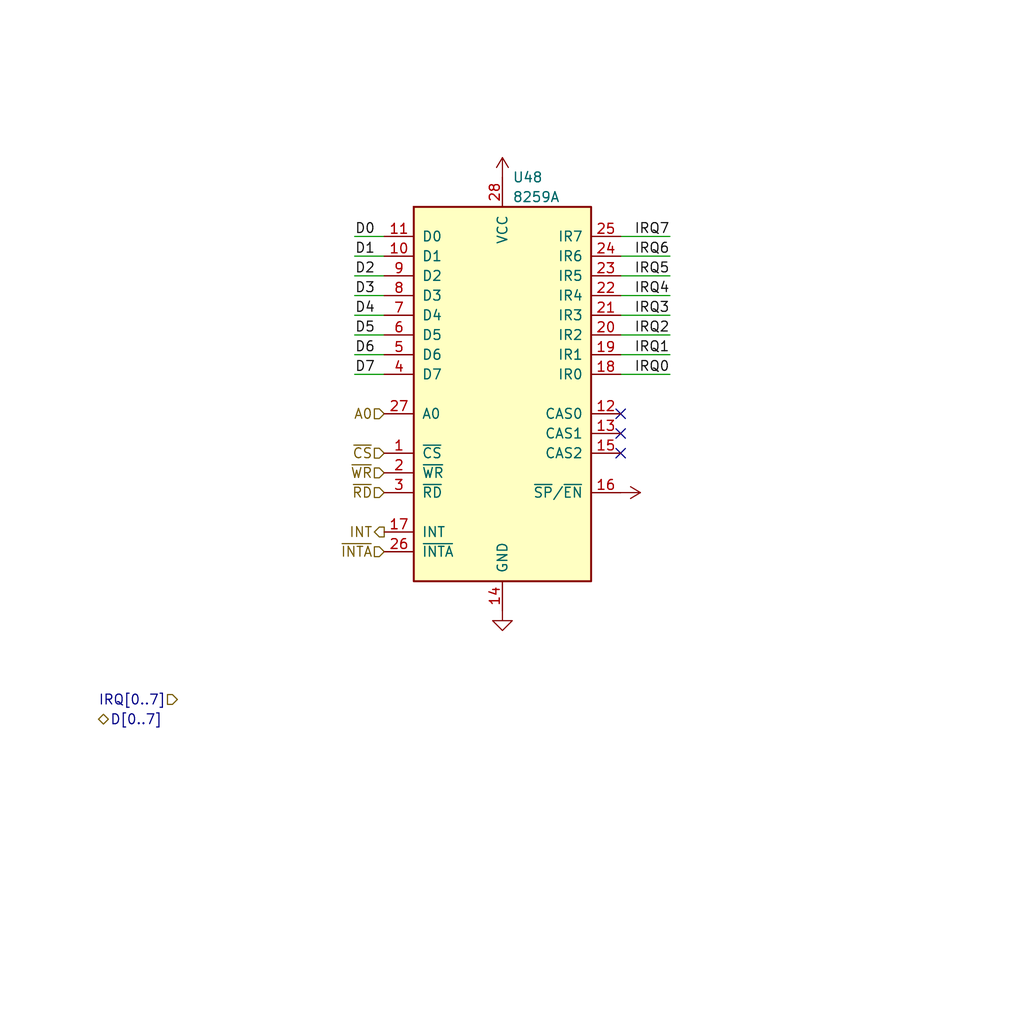
<source format=kicad_sch>
(kicad_sch (version 20211123) (generator eeschema)
  (paper "User" 132.004 132.004)
  (title_block (title "8259 Interrupt Controller"))
  (lib_symbols
    (symbol "Interface:8259A" (pin_names (offset 1.016))
      (property "Reference" "U" (at -10.16 25.4 0))
      (property "Value" "8259A" (at 8.89 25.4 0))
      (symbol "8259A_0_1"
        (rectangle (start -11.43 24.13) (end 11.43 -24.13) (stroke (width 0.254)) (fill (type background)))
      )
      (symbol "8259A_1_1"
        (pin input line (at -15.24 -7.62 0) (length 3.81) (name "~{CS}") (number "1"))
        (pin bidirectional line (at -15.24 17.78 0) (length 3.81) (name "D1") (number "10"))
        (pin bidirectional line (at -15.24 20.32 0) (length 3.81) (name "D0") (number "11"))
        (pin input line (at 15.24 -2.54 180) (length 3.81) (name "CAS0") (number "12"))
        (pin output line (at 15.24 -5.08 180) (length 3.81) (name "CAS1") (number "13"))
        (pin power_in line (at 0 -27.94 90) (length 3.81) (name "GND") (number "14"))
        (pin output line (at 15.24 -7.62 180) (length 3.81) (name "CAS2") (number "15"))
        (pin bidirectional line (at 15.24 -12.7 180) (length 3.81) (name "~{SP}/~{EN}") (number "16"))
        (pin output line (at -15.24 -17.78 0) (length 3.81) (name "INT") (number "17"))
        (pin input line (at 15.24 2.54 180) (length 3.81) (name "IR0") (number "18"))
        (pin input line (at 15.24 5.08 180) (length 3.81) (name "IR1") (number "19"))
        (pin input line (at -15.24 -10.16 0) (length 3.81) (name "~{WR}") (number "2"))
        (pin input line (at 15.24 7.62 180) (length 3.81) (name "IR2") (number "20"))
        (pin input line (at 15.24 10.16 180) (length 3.81) (name "IR3") (number "21"))
        (pin input line (at 15.24 12.7 180) (length 3.81) (name "IR4") (number "22"))
        (pin input line (at 15.24 15.24 180) (length 3.81) (name "IR5") (number "23"))
        (pin input line (at 15.24 17.78 180) (length 3.81) (name "IR6") (number "24"))
        (pin input line (at 15.24 20.32 180) (length 3.81) (name "IR7") (number "25"))
        (pin input line (at -15.24 -20.32 0) (length 3.81) (name "~{INTA}") (number "26"))
        (pin input line (at -15.24 -2.54 0) (length 3.81) (name "A0") (number "27"))
        (pin power_in line (at 0 27.94 270) (length 3.81) (name "VCC") (number "28"))
        (pin input line (at -15.24 -12.7 0) (length 3.81) (name "~{RD}") (number "3"))
        (pin bidirectional line (at -15.24 2.54 0) (length 3.81) (name "D7") (number "4"))
        (pin bidirectional line (at -15.24 5.08 0) (length 3.81) (name "D6") (number "5"))
        (pin bidirectional line (at -15.24 7.62 0) (length 3.81) (name "D5") (number "6"))
        (pin bidirectional line (at -15.24 10.16 0) (length 3.81) (name "D4") (number "7"))
        (pin bidirectional line (at -15.24 12.7 0) (length 3.81) (name "D3") (number "8"))
        (pin bidirectional line (at -15.24 15.24 0) (length 3.81) (name "D2") (number "9"))
      )
    )
    (symbol "power:GND" (power) (pin_names (offset 0))
      (property "Value" "GND" (at 0 -3.81 0))
      (symbol "GND_0_1"
        (polyline (pts (xy 0 0) (xy 0 -1.27) (xy 1.27 -1.27) (xy 0 -2.54) (xy -1.27 -1.27) (xy 0 -1.27)))
      )
      (symbol "GND_1_1"
        (pin power_in line (at 0 0 270) (length 0) hide (name "GND") (number "1"))
      )
    )
    (symbol "power:VCC" (power) (pin_names (offset 0))
      (property "Value" "VCC" (at 0 3.81 0))
      (symbol "VCC_0_1"
        (polyline (pts (xy -0.762 1.27) (xy 0 2.54)))
        (polyline (pts (xy 0 0) (xy 0 2.54)))
        (polyline (pts (xy 0 2.54) (xy 0.762 1.27)))
      )
      (symbol "VCC_1_1"
        (pin power_in line (at 0 0 90) (length 0) hide (name "VCC") (number "1"))
      )
    )
  )
  (no_connect (at 80.01 53.34))
  (no_connect (at 80.01 55.88))
  (no_connect (at 80.01 58.42))
  (wire (pts (xy 45.72 48.26) (xy 49.53 48.26)))
  (wire (pts (xy 80.01 35.56) (xy 86.36 35.56)))
  (wire (pts (xy 80.01 33.02) (xy 86.36 33.02)))
  (wire (pts (xy 80.01 48.26) (xy 86.36 48.26)))
  (wire (pts (xy 45.72 35.56) (xy 49.53 35.56)))
  (wire (pts (xy 45.72 38.1) (xy 49.53 38.1)))
  (wire (pts (xy 45.72 30.48) (xy 49.53 30.48)))
  (wire (pts (xy 45.72 40.64) (xy 49.53 40.64)))
  (wire (pts (xy 80.01 30.48) (xy 86.36 30.48)))
  (wire (pts (xy 80.01 38.1) (xy 86.36 38.1)))
  (wire (pts (xy 80.01 45.72) (xy 86.36 45.72)))
  (wire (pts (xy 80.01 40.64) (xy 86.36 40.64)))
  (wire (pts (xy 80.01 43.18) (xy 86.36 43.18)))
  (wire (pts (xy 45.72 33.02) (xy 49.53 33.02)))
  (wire (pts (xy 45.72 45.72) (xy 49.53 45.72)))
  (wire (pts (xy 45.72 43.18) (xy 49.53 43.18)))
  (label "D5" (at 45.72 43.18 0))
  (label "IRQ0" (at 86.36 48.26 180))
  (label "D0" (at 45.72 30.48 0))
  (label "D3" (at 45.72 38.1 0))
  (label "IRQ5" (at 86.36 35.56 180))
  (label "IRQ2" (at 86.36 43.18 180))
  (label "D2" (at 45.72 35.56 0))
  (label "D4" (at 45.72 40.64 0))
  (label "D1" (at 45.72 33.02 0))
  (label "IRQ3" (at 86.36 40.64 180))
  (label "D7" (at 45.72 48.26 0))
  (label "IRQ4" (at 86.36 38.1 180))
  (label "D6" (at 45.72 45.72 0))
  (label "IRQ1" (at 86.36 45.72 180))
  (label "IRQ6" (at 86.36 33.02 180))
  (label "IRQ7" (at 86.36 30.48 180))
  (hierarchical_label "INT" (shape output) (at 49.53 68.58 180))
  (hierarchical_label "~{WR}" (shape input) (at 49.53 60.96 180))
  (hierarchical_label "~{RD}" (shape input) (at 49.53 63.5 180))
  (hierarchical_label "A0" (shape input) (at 49.53 53.34 180))
  (hierarchical_label "~{CS}" (shape input) (at 49.53 58.42 180))
  (hierarchical_label "D[0..7]" (shape bidirectional) (at 12.7 92.71 0))
  (hierarchical_label "IRQ[0..7]" (shape input) (at 22.86 90.17 180))
  (hierarchical_label "~{INTA}" (shape input) (at 49.53 71.12 180))
  (symbol (lib_id "power:GND") (at 64.77 78.74 0) (unit 1)
    (property "Reference" "#PWR0116" (effects hide))
    (property "Value" "GND" (effects hide))
  )
  (symbol (lib_id "Interface:8259A") (at 64.77 50.8 0) (unit 1)
    (property "Reference" "U48" (at 66.04 22.86 0) (effects (justify left)))
    (property "Value" "8259A" (at 66.04 25.4 0) (effects (justify left)))
    (property "Footprint" "Package_DIP:DIP-28_W15.24mm" (effects hide))
    (property "Datasheet" "http://pdos.csail.mit.edu/6.828/2005/readings/hardware/8259A.pdf" (effects hide))
  )
  (symbol (lib_id "power:VCC") (at 80.01 63.5 270) (unit 1)
    (property "Reference" "#PWR0117" (effects hide))
    (property "Value" "VCC" (effects hide))
  )
  (symbol (lib_id "power:VCC") (at 64.77 22.86 0) (unit 1)
    (property "Reference" "#PWR0114" (effects hide))
    (property "Value" "VCC" (effects hide))
  )
)
</source>
